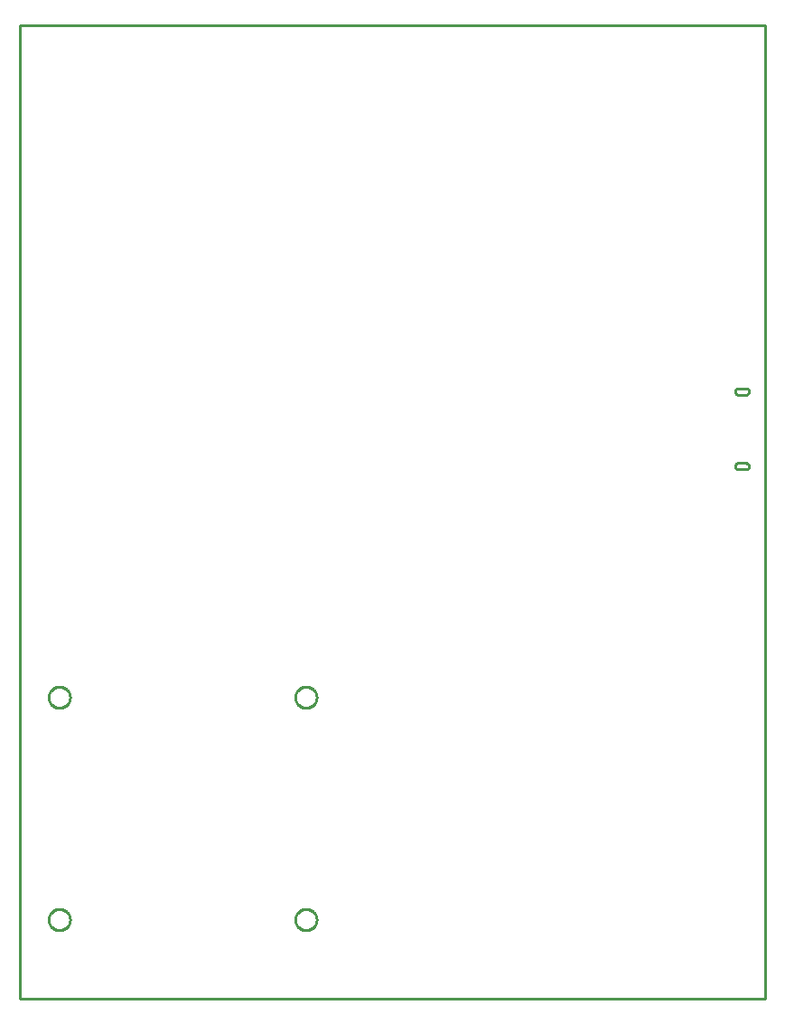
<source format=gko>
G04 EAGLE Gerber RS-274X export*
G75*
%MOMM*%
%FSLAX34Y34*%
%LPD*%
%IN*%
%IPPOS*%
%AMOC8*
5,1,8,0,0,1.08239X$1,22.5*%
G01*
%ADD10C,0.254000*%


D10*
X-12700Y88900D02*
X685600Y88900D01*
X685600Y1000000D01*
X-12700Y1000000D01*
X-12700Y88900D01*
X657400Y657300D02*
X657411Y657039D01*
X657446Y656779D01*
X657502Y656524D01*
X657581Y656274D01*
X657681Y656032D01*
X657802Y655800D01*
X657943Y655579D01*
X658102Y655372D01*
X658279Y655179D01*
X658472Y655002D01*
X658679Y654843D01*
X658900Y654702D01*
X659132Y654581D01*
X659374Y654481D01*
X659624Y654402D01*
X659879Y654346D01*
X660139Y654311D01*
X660400Y654300D01*
X667400Y654300D01*
X667661Y654311D01*
X667921Y654346D01*
X668176Y654402D01*
X668426Y654481D01*
X668668Y654581D01*
X668900Y654702D01*
X669121Y654843D01*
X669328Y655002D01*
X669521Y655179D01*
X669698Y655372D01*
X669857Y655579D01*
X669998Y655800D01*
X670119Y656032D01*
X670219Y656274D01*
X670298Y656524D01*
X670354Y656779D01*
X670389Y657039D01*
X670400Y657300D01*
X670389Y657561D01*
X670354Y657821D01*
X670298Y658076D01*
X670219Y658326D01*
X670119Y658568D01*
X669998Y658800D01*
X669857Y659021D01*
X669698Y659228D01*
X669521Y659421D01*
X669328Y659598D01*
X669121Y659757D01*
X668900Y659898D01*
X668668Y660019D01*
X668426Y660119D01*
X668176Y660198D01*
X667921Y660254D01*
X667661Y660289D01*
X667400Y660300D01*
X660400Y660300D01*
X660139Y660289D01*
X659879Y660254D01*
X659624Y660198D01*
X659374Y660119D01*
X659132Y660019D01*
X658900Y659898D01*
X658679Y659757D01*
X658472Y659598D01*
X658279Y659421D01*
X658102Y659228D01*
X657943Y659021D01*
X657802Y658800D01*
X657681Y658568D01*
X657581Y658326D01*
X657502Y658076D01*
X657446Y657821D01*
X657411Y657561D01*
X657400Y657300D01*
X657400Y587300D02*
X657411Y587039D01*
X657446Y586779D01*
X657502Y586524D01*
X657581Y586274D01*
X657681Y586032D01*
X657802Y585800D01*
X657943Y585579D01*
X658102Y585372D01*
X658279Y585179D01*
X658472Y585002D01*
X658679Y584843D01*
X658900Y584702D01*
X659132Y584581D01*
X659374Y584481D01*
X659624Y584402D01*
X659879Y584346D01*
X660139Y584311D01*
X660400Y584300D01*
X667400Y584300D01*
X667661Y584311D01*
X667921Y584346D01*
X668176Y584402D01*
X668426Y584481D01*
X668668Y584581D01*
X668900Y584702D01*
X669121Y584843D01*
X669328Y585002D01*
X669521Y585179D01*
X669698Y585372D01*
X669857Y585579D01*
X669998Y585800D01*
X670119Y586032D01*
X670219Y586274D01*
X670298Y586524D01*
X670354Y586779D01*
X670389Y587039D01*
X670400Y587300D01*
X670389Y587561D01*
X670354Y587821D01*
X670298Y588076D01*
X670219Y588326D01*
X670119Y588568D01*
X669998Y588800D01*
X669857Y589021D01*
X669698Y589228D01*
X669521Y589421D01*
X669328Y589598D01*
X669121Y589757D01*
X668900Y589898D01*
X668668Y590019D01*
X668426Y590119D01*
X668176Y590198D01*
X667921Y590254D01*
X667661Y590289D01*
X667400Y590300D01*
X660400Y590300D01*
X660139Y590289D01*
X659879Y590254D01*
X659624Y590198D01*
X659374Y590119D01*
X659132Y590019D01*
X658900Y589898D01*
X658679Y589757D01*
X658472Y589598D01*
X658279Y589421D01*
X658102Y589228D01*
X657943Y589021D01*
X657802Y588800D01*
X657681Y588568D01*
X657581Y588326D01*
X657502Y588076D01*
X657446Y587821D01*
X657411Y587561D01*
X657400Y587300D01*
X254833Y172560D02*
X253964Y172484D01*
X253104Y172332D01*
X252260Y172106D01*
X251440Y171808D01*
X250648Y171439D01*
X249892Y171002D01*
X249177Y170501D01*
X248508Y169940D01*
X247890Y169322D01*
X247329Y168653D01*
X246828Y167938D01*
X246391Y167182D01*
X246022Y166390D01*
X245724Y165570D01*
X245498Y164726D01*
X245346Y163867D01*
X245270Y162997D01*
X245270Y162123D01*
X245346Y161254D01*
X245498Y160394D01*
X245724Y159550D01*
X246022Y158730D01*
X246391Y157938D01*
X246828Y157182D01*
X247329Y156467D01*
X247890Y155798D01*
X248508Y155180D01*
X249177Y154619D01*
X249892Y154118D01*
X250648Y153681D01*
X251440Y153312D01*
X252260Y153014D01*
X253104Y152788D01*
X253964Y152636D01*
X254833Y152560D01*
X255707Y152560D01*
X256577Y152636D01*
X257436Y152788D01*
X258280Y153014D01*
X259100Y153312D01*
X259892Y153681D01*
X260648Y154118D01*
X261363Y154619D01*
X262032Y155180D01*
X262650Y155798D01*
X263211Y156467D01*
X263712Y157182D01*
X264149Y157938D01*
X264518Y158730D01*
X264816Y159550D01*
X265042Y160394D01*
X265194Y161254D01*
X265270Y162123D01*
X265270Y162997D01*
X265194Y163867D01*
X265042Y164726D01*
X264816Y165570D01*
X264518Y166390D01*
X264149Y167182D01*
X263712Y167938D01*
X263211Y168653D01*
X262650Y169322D01*
X262032Y169940D01*
X261363Y170501D01*
X260648Y171002D01*
X259892Y171439D01*
X259100Y171808D01*
X258280Y172106D01*
X257436Y172332D01*
X256577Y172484D01*
X255707Y172560D01*
X254833Y172560D01*
X254833Y380840D02*
X253964Y380764D01*
X253104Y380612D01*
X252260Y380386D01*
X251440Y380088D01*
X250648Y379719D01*
X249892Y379282D01*
X249177Y378781D01*
X248508Y378220D01*
X247890Y377602D01*
X247329Y376933D01*
X246828Y376218D01*
X246391Y375462D01*
X246022Y374670D01*
X245724Y373850D01*
X245498Y373006D01*
X245346Y372147D01*
X245270Y371277D01*
X245270Y370403D01*
X245346Y369534D01*
X245498Y368674D01*
X245724Y367830D01*
X246022Y367010D01*
X246391Y366218D01*
X246828Y365462D01*
X247329Y364747D01*
X247890Y364078D01*
X248508Y363460D01*
X249177Y362899D01*
X249892Y362398D01*
X250648Y361961D01*
X251440Y361592D01*
X252260Y361294D01*
X253104Y361068D01*
X253964Y360916D01*
X254833Y360840D01*
X255707Y360840D01*
X256577Y360916D01*
X257436Y361068D01*
X258280Y361294D01*
X259100Y361592D01*
X259892Y361961D01*
X260648Y362398D01*
X261363Y362899D01*
X262032Y363460D01*
X262650Y364078D01*
X263211Y364747D01*
X263712Y365462D01*
X264149Y366218D01*
X264518Y367010D01*
X264816Y367830D01*
X265042Y368674D01*
X265194Y369534D01*
X265270Y370403D01*
X265270Y371277D01*
X265194Y372147D01*
X265042Y373006D01*
X264816Y373850D01*
X264518Y374670D01*
X264149Y375462D01*
X263712Y376218D01*
X263211Y376933D01*
X262650Y377602D01*
X262032Y378220D01*
X261363Y378781D01*
X260648Y379282D01*
X259892Y379719D01*
X259100Y380088D01*
X258280Y380386D01*
X257436Y380612D01*
X256577Y380764D01*
X255707Y380840D01*
X254833Y380840D01*
X23693Y380840D02*
X22824Y380764D01*
X21964Y380612D01*
X21120Y380386D01*
X20300Y380088D01*
X19508Y379719D01*
X18752Y379282D01*
X18037Y378781D01*
X17368Y378220D01*
X16750Y377602D01*
X16189Y376933D01*
X15688Y376218D01*
X15251Y375462D01*
X14882Y374670D01*
X14584Y373850D01*
X14358Y373006D01*
X14206Y372147D01*
X14130Y371277D01*
X14130Y370403D01*
X14206Y369534D01*
X14358Y368674D01*
X14584Y367830D01*
X14882Y367010D01*
X15251Y366218D01*
X15688Y365462D01*
X16189Y364747D01*
X16750Y364078D01*
X17368Y363460D01*
X18037Y362899D01*
X18752Y362398D01*
X19508Y361961D01*
X20300Y361592D01*
X21120Y361294D01*
X21964Y361068D01*
X22824Y360916D01*
X23693Y360840D01*
X24567Y360840D01*
X25437Y360916D01*
X26296Y361068D01*
X27140Y361294D01*
X27960Y361592D01*
X28752Y361961D01*
X29508Y362398D01*
X30223Y362899D01*
X30892Y363460D01*
X31510Y364078D01*
X32071Y364747D01*
X32572Y365462D01*
X33009Y366218D01*
X33378Y367010D01*
X33676Y367830D01*
X33902Y368674D01*
X34054Y369534D01*
X34130Y370403D01*
X34130Y371277D01*
X34054Y372147D01*
X33902Y373006D01*
X33676Y373850D01*
X33378Y374670D01*
X33009Y375462D01*
X32572Y376218D01*
X32071Y376933D01*
X31510Y377602D01*
X30892Y378220D01*
X30223Y378781D01*
X29508Y379282D01*
X28752Y379719D01*
X27960Y380088D01*
X27140Y380386D01*
X26296Y380612D01*
X25437Y380764D01*
X24567Y380840D01*
X23693Y380840D01*
X23693Y172560D02*
X22824Y172484D01*
X21964Y172332D01*
X21120Y172106D01*
X20300Y171808D01*
X19508Y171439D01*
X18752Y171002D01*
X18037Y170501D01*
X17368Y169940D01*
X16750Y169322D01*
X16189Y168653D01*
X15688Y167938D01*
X15251Y167182D01*
X14882Y166390D01*
X14584Y165570D01*
X14358Y164726D01*
X14206Y163867D01*
X14130Y162997D01*
X14130Y162123D01*
X14206Y161254D01*
X14358Y160394D01*
X14584Y159550D01*
X14882Y158730D01*
X15251Y157938D01*
X15688Y157182D01*
X16189Y156467D01*
X16750Y155798D01*
X17368Y155180D01*
X18037Y154619D01*
X18752Y154118D01*
X19508Y153681D01*
X20300Y153312D01*
X21120Y153014D01*
X21964Y152788D01*
X22824Y152636D01*
X23693Y152560D01*
X24567Y152560D01*
X25437Y152636D01*
X26296Y152788D01*
X27140Y153014D01*
X27960Y153312D01*
X28752Y153681D01*
X29508Y154118D01*
X30223Y154619D01*
X30892Y155180D01*
X31510Y155798D01*
X32071Y156467D01*
X32572Y157182D01*
X33009Y157938D01*
X33378Y158730D01*
X33676Y159550D01*
X33902Y160394D01*
X34054Y161254D01*
X34130Y162123D01*
X34130Y162997D01*
X34054Y163867D01*
X33902Y164726D01*
X33676Y165570D01*
X33378Y166390D01*
X33009Y167182D01*
X32572Y167938D01*
X32071Y168653D01*
X31510Y169322D01*
X30892Y169940D01*
X30223Y170501D01*
X29508Y171002D01*
X28752Y171439D01*
X27960Y171808D01*
X27140Y172106D01*
X26296Y172332D01*
X25437Y172484D01*
X24567Y172560D01*
X23693Y172560D01*
M02*

</source>
